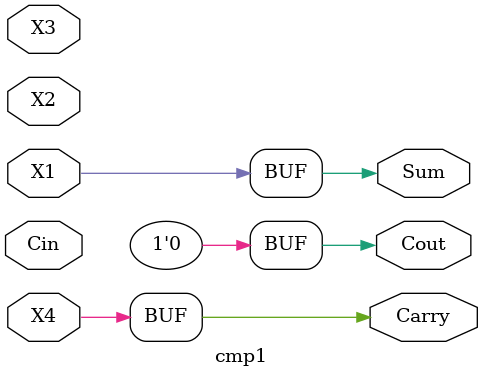
<source format=v>
module cmp1(input X1,X2,X3,X4,Cin, 
					output Sum,Carry,Cout
					);
	

	assign Carry=X4;
	
	assign Sum = X1;
	assign Cout=1'b0;
	
endmodule

</source>
